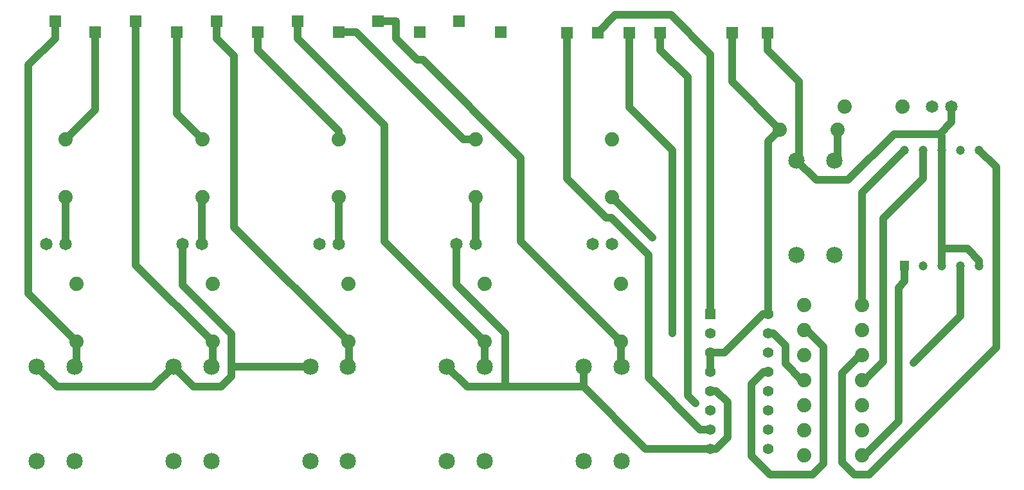
<source format=gbl>
G04 Layer: BottomLayer*
G04 EasyEDA v6.4.12, 2020-12-31T14:29:20+01:00*
G04 6604612f69a4476882a07405e2b540c3,2d81dc3172f949189a8efcc8dd8a18f6,10*
G04 Gerber Generator version 0.2*
G04 Scale: 100 percent, Rotated: No, Reflected: No *
G04 Dimensions in millimeters *
G04 leading zeros omitted , absolute positions ,4 integer and 5 decimal *
%FSLAX45Y45*%
%MOMM*%

%ADD11C,1.0000*%
%ADD12C,0.6100*%
%ADD13C,1.8796*%
%ADD14C,1.6510*%
%ADD15C,2.1590*%
%ADD16R,1.5748X1.5748*%
%ADD18C,1.2000*%
%ADD19R,1.3970X1.3970*%
%ADD20C,1.3970*%

%LPD*%
D11*
X8497082Y6065753D02*
G01*
X8497082Y5081757D01*
X9066042Y4512797D01*
X9066042Y2103099D01*
X9848870Y6065753D02*
G01*
X9848870Y5416529D01*
X10482600Y4782799D01*
X10330200Y2357099D02*
G01*
X10330200Y4630399D01*
X10482600Y4782799D01*
X10330200Y2357099D02*
G01*
X10262636Y2357099D01*
X9754636Y1849099D01*
X9568200Y1849099D01*
X9568200Y1595099D02*
G01*
X9568200Y1849099D01*
X11201420Y4378939D02*
G01*
X11244600Y4422119D01*
X11244600Y4782799D01*
X695980Y1661139D02*
G01*
X964458Y1392661D01*
X2227346Y1392661D01*
X2496078Y1661139D01*
X3254776Y1661139D02*
G01*
X3254776Y2094209D01*
X2617998Y2730987D01*
X2617998Y3277849D01*
X2496078Y1661139D02*
G01*
X2760746Y1396217D01*
X3122442Y1396217D01*
X3254776Y1528805D01*
X3254776Y1661139D01*
X4295922Y1661139D02*
G01*
X3254776Y1661139D01*
X6863608Y1394185D02*
G01*
X6362974Y1394185D01*
X6096020Y1661139D01*
X7896118Y1394185D02*
G01*
X6863608Y1394185D01*
X6863608Y1394185D02*
G01*
X6863608Y2100813D01*
X6217940Y2746735D01*
X6217940Y3277849D01*
X7896118Y1394185D02*
G01*
X7896118Y1661139D01*
X9568200Y579099D02*
G01*
X8710950Y579099D01*
X7896118Y1394185D01*
X12588514Y4726919D02*
G01*
X11983232Y4726919D01*
X11375664Y4119351D01*
X10963168Y4119351D01*
X10703580Y4378939D01*
X12616200Y4516099D02*
G01*
X12616200Y4699233D01*
X12588514Y4726919D01*
X12588514Y4726919D02*
G01*
X12743200Y4881605D01*
X12743200Y5087599D01*
X10317500Y6065753D02*
G01*
X10317500Y5836899D01*
X10317500Y5836899D02*
G01*
X10732028Y5422371D01*
X10732028Y4407387D01*
X10703580Y4378939D01*
X12616200Y3213587D02*
G01*
X12616200Y4516099D01*
X12616200Y3213587D02*
G01*
X12616200Y2992099D01*
X13108198Y2992099D02*
G01*
X13108198Y3060171D01*
X12954782Y3213587D01*
X12616200Y3213587D01*
X9568200Y1341099D02*
G01*
X9643638Y1341099D01*
X9790450Y1194287D01*
X9790450Y726165D01*
X9643384Y579099D01*
X9568200Y579099D01*
X8272800Y3893799D02*
G01*
X8802898Y3363701D01*
X8802898Y3360145D01*
X12243582Y1707113D02*
G01*
X12862326Y2325603D01*
X12862326Y2992099D01*
X4793762Y1661139D02*
G01*
X4802652Y1669775D01*
X4802652Y1988799D01*
X3063260Y6217899D02*
G01*
X3063260Y5989045D01*
X3063260Y5989045D02*
G01*
X3292114Y5759937D01*
X3292114Y3499083D01*
X4802652Y1988799D01*
X2993918Y1661139D02*
G01*
X3010174Y1677649D01*
X3010174Y1988799D01*
X1999000Y6217899D02*
G01*
X1999000Y2999973D01*
X3010174Y1988799D01*
X1193820Y1661139D02*
G01*
X1217950Y1685269D01*
X1217950Y1988799D01*
X934740Y6217899D02*
G01*
X934740Y5989045D01*
X934740Y5989045D02*
G01*
X580664Y5634715D01*
X580664Y2626085D01*
X1217950Y1988799D01*
X6593860Y1661139D02*
G01*
X6594876Y1662155D01*
X6594876Y1988799D01*
X4127520Y6217899D02*
G01*
X4127520Y5989045D01*
X4127520Y5989045D02*
G01*
X5270774Y4845537D01*
X5270774Y3312901D01*
X6594876Y1988799D01*
X8393958Y1661139D02*
G01*
X8387100Y1667743D01*
X8387100Y1988799D01*
X5191780Y6217899D02*
G01*
X5420634Y6217899D01*
X5420634Y6217899D02*
G01*
X5420634Y5989045D01*
X5705368Y5704311D01*
X5776742Y5704311D01*
X7067062Y4413991D01*
X7067062Y3308837D01*
X8387100Y1988799D01*
X1071900Y3893799D02*
G01*
X1071900Y3893799D01*
X1071900Y3277849D01*
X1465600Y6066007D02*
G01*
X1465600Y5049499D01*
X1071900Y4655799D01*
X2872252Y3893799D02*
G01*
X2871998Y3893545D01*
X2871998Y3277849D01*
X2533924Y6066007D02*
G01*
X2533924Y4993873D01*
X2872252Y4655799D01*
X4672350Y3893799D02*
G01*
X4672096Y3893291D01*
X4672096Y3277849D01*
X3602502Y6066007D02*
G01*
X3602502Y5837153D01*
X3602502Y5837153D02*
G01*
X4672350Y4767305D01*
X4672350Y4655799D01*
X6472702Y3893799D02*
G01*
X6471940Y3893291D01*
X6471940Y3277849D01*
X4670826Y6066007D02*
G01*
X4899934Y6066007D01*
X4899934Y6066007D02*
G01*
X6310142Y4655799D01*
X6472702Y4655799D01*
X10330200Y1595099D02*
G01*
X10265684Y1595099D01*
X10103632Y1433047D01*
X10103632Y485881D01*
X10351282Y238231D01*
X10910844Y238231D01*
X11051814Y379455D01*
X11051814Y1923013D01*
X10833628Y2141199D01*
X10800100Y2141199D01*
X10330200Y2103099D02*
G01*
X10392176Y2103099D01*
X10553212Y1942063D01*
X10553212Y1697461D01*
X10769620Y1480799D01*
X10800100Y1480799D01*
X11562100Y1480799D02*
G01*
X11593850Y1480799D01*
X11843024Y1730227D01*
X11843024Y3612367D01*
X12370328Y4139417D01*
X12370328Y4516099D01*
X12124202Y4516099D02*
G01*
X11562100Y3953997D01*
X11562100Y2471399D01*
X9568200Y833099D02*
G01*
X9429262Y833099D01*
X8749812Y1512549D01*
X8749812Y3130021D01*
X8257560Y3622273D01*
X8197616Y3622273D01*
X7675900Y4143989D01*
X7675900Y6065753D01*
X9568200Y2357099D02*
G01*
X9568200Y5776701D01*
X9050294Y6294861D01*
X8315472Y6294861D01*
X8086618Y6065753D01*
X13108198Y4516099D02*
G01*
X13329686Y4294611D01*
X13329686Y1912345D01*
X11654810Y237469D01*
X11458468Y237469D01*
X11301242Y394695D01*
X11301242Y1578081D01*
X11534160Y1810999D01*
X11562100Y1810999D01*
X12124202Y2992099D02*
G01*
X12124202Y2781787D01*
X11562100Y490199D02*
G01*
X11593088Y490199D01*
X12043430Y940541D01*
X12043430Y2701015D01*
X12124202Y2781787D01*
X8907800Y5836899D02*
G01*
X9266448Y5478251D01*
X9266448Y1279123D01*
X9371350Y1174221D01*
X8907800Y6065753D02*
G01*
X8907800Y5836899D01*
D13*
G01*
X4802525Y2750799D03*
G01*
X4802525Y1988799D03*
G01*
X3010250Y2750774D03*
G01*
X3010250Y1988774D03*
G01*
X1217950Y2750799D03*
G01*
X1217950Y1988799D03*
G01*
X6594800Y2750799D03*
G01*
X6594800Y1988799D03*
G01*
X8387100Y2750799D03*
G01*
X8387100Y1988799D03*
G01*
X10482600Y4782799D03*
G01*
X11244600Y4782799D03*
D14*
G01*
X1071900Y3277925D03*
G01*
X817900Y3277925D03*
D13*
G01*
X1071925Y4655774D03*
G01*
X1071925Y3893774D03*
D14*
G01*
X2871922Y3277951D03*
G01*
X2617922Y3277951D03*
D13*
G01*
X2872150Y4655774D03*
G01*
X2872150Y3893774D03*
D14*
G01*
X4671969Y3277951D03*
G01*
X4417969Y3277951D03*
D13*
G01*
X4672350Y4655774D03*
G01*
X4672350Y3893774D03*
D14*
G01*
X6471991Y3277951D03*
G01*
X6217991Y3277951D03*
D13*
G01*
X6472575Y4655774D03*
G01*
X6472575Y3893774D03*
D14*
G01*
X8272012Y3277925D03*
G01*
X8018012Y3277925D03*
D13*
G01*
X8272800Y4655774D03*
G01*
X8272800Y3893774D03*
D15*
G01*
X695980Y411485D03*
G01*
X1193845Y411485D03*
G01*
X1193845Y1661165D03*
G01*
X695980Y1661165D03*
G01*
X2496002Y411459D03*
G01*
X2993842Y411459D03*
G01*
X2993842Y1661139D03*
G01*
X2496002Y1661139D03*
G01*
X4295998Y411485D03*
G01*
X4793838Y411485D03*
G01*
X4793838Y1661165D03*
G01*
X4295998Y1661165D03*
G01*
X6095969Y411459D03*
G01*
X6593809Y411459D03*
G01*
X6593809Y1661139D03*
G01*
X6095969Y1661139D03*
G01*
X7895991Y411459D03*
G01*
X8393831Y411459D03*
G01*
X8393831Y1661139D03*
G01*
X7895991Y1661139D03*
G01*
X10703580Y3129259D03*
G01*
X11201420Y3129259D03*
G01*
X11201420Y4378939D03*
G01*
X10703580Y4378939D03*
D14*
G01*
X12489200Y5087599D03*
G01*
X12743200Y5087599D03*
D16*
G01*
X1999000Y6217899D03*
G01*
X934740Y6217899D03*
G01*
X5191780Y6217899D03*
G01*
X1465600Y6066109D03*
G01*
X4127520Y6217899D03*
G01*
X2534025Y6066083D03*
G01*
X3602451Y6066083D03*
G01*
X4670851Y6066083D03*
G01*
X5739277Y6066083D03*
G01*
X6256040Y6217899D03*
G01*
X6807677Y6066083D03*
G01*
X3063260Y6217899D03*
D13*
G01*
X10800100Y2141199D03*
G01*
X11562100Y2141199D03*
G01*
X10800100Y1480799D03*
G01*
X11562100Y1480799D03*
G01*
X10800100Y2471399D03*
G01*
X11562100Y2471399D03*
G01*
X10800100Y1150599D03*
G01*
X11562100Y1150599D03*
G01*
X10800100Y820399D03*
G01*
X11562100Y820399D03*
G01*
X10800100Y490199D03*
G01*
X11562100Y490199D03*
D16*
G01*
X7675900Y6065804D03*
G01*
X8086542Y6065804D03*
G01*
X8497158Y6065804D03*
G01*
X8907800Y6065804D03*
D13*
G01*
X10800100Y1810999D03*
G01*
X11562100Y1810999D03*
G01*
X11333500Y5087599D03*
G01*
X12095500Y5087599D03*
D16*
G01*
X10317500Y6065804D03*
G36*
X12064202Y3052097D02*
G01*
X12184202Y3052097D01*
X12184202Y2932097D01*
X12064202Y2932097D01*
G37*
D18*
G01*
X12370201Y2992099D03*
G01*
X12616200Y2992099D03*
G01*
X12862199Y2992099D03*
G01*
X13108198Y2992099D03*
G01*
X13108198Y4516099D03*
G01*
X12862199Y4516099D03*
G01*
X12616200Y4516099D03*
G01*
X12370201Y4516099D03*
G01*
X12124202Y4516099D03*
D16*
G01*
X9848743Y6065804D03*
D19*
G01*
X9568200Y2357099D03*
D20*
G01*
X9568200Y2103099D03*
G01*
X9568200Y1849099D03*
G01*
X9568200Y1595099D03*
G01*
X9568200Y1341099D03*
G01*
X9568200Y1087099D03*
G01*
X9568200Y833099D03*
G01*
X9568200Y579099D03*
G01*
X10330200Y579099D03*
G01*
X10330200Y833099D03*
G01*
X10330200Y1087099D03*
G01*
X10330200Y1341099D03*
G01*
X10330200Y1595099D03*
G01*
X10330200Y1849099D03*
G01*
X10330200Y2103099D03*
G01*
X10330200Y2357099D03*
D12*
G01*
X9066042Y2103099D03*
G01*
X8802898Y3360145D03*
G01*
X12243582Y1707113D03*
G01*
X9371350Y1174221D03*
M02*

</source>
